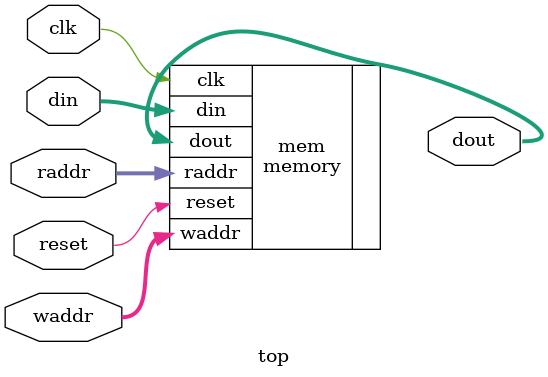
<source format=sv>
module top(
input logic clk,
input logic[31:0] raddr,
input logic[31:0] waddr,
input logic [15:0] din,
output logic [15:0] dout,
input logic reset);

memory #("~/bigmems/designs/init/16_by_1024.txt", 1, 16, 1024) mem(
	.clk(clk), 
	.raddr(raddr), 
	.waddr(waddr), 
	.din(din), 
	.dout(dout), 
	.reset(reset));


endmodule
</source>
